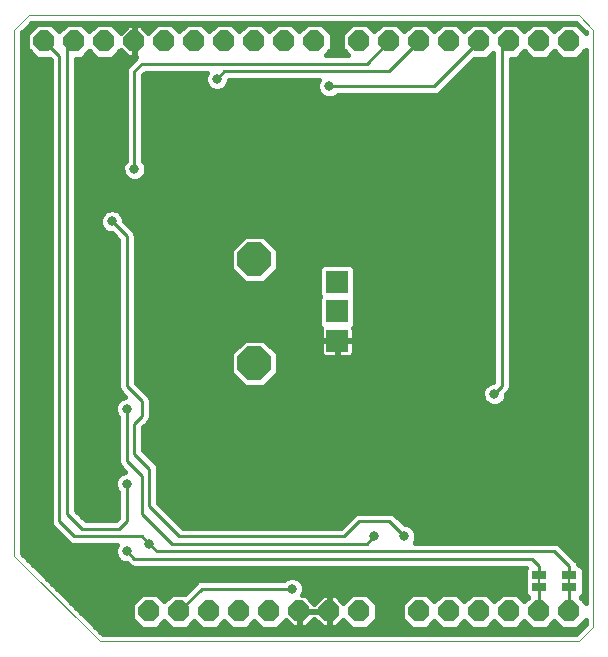
<source format=gbl>
G75*
%MOIN*%
%OFA0B0*%
%FSLAX25Y25*%
%IPPOS*%
%LPD*%
%AMOC8*
5,1,8,0,0,1.08239X$1,22.5*
%
%ADD10C,0.00004*%
%ADD11C,0.00800*%
%ADD12R,0.05000X0.02500*%
%ADD13R,0.07400X0.07400*%
%ADD14OC8,0.11024*%
%ADD15OC8,0.07000*%
%ADD16C,0.01600*%
%ADD17C,0.03200*%
%ADD18C,0.03937*%
%ADD19C,0.01000*%
D10*
X0008874Y0037220D02*
X0037220Y0008874D01*
X0197063Y0008874D01*
X0201787Y0013598D01*
X0201787Y0212811D01*
X0197063Y0217535D01*
X0013598Y0217535D01*
X0008874Y0212811D01*
X0008874Y0037220D01*
D11*
X0183874Y0030374D02*
X0183874Y0027374D01*
X0193874Y0027374D02*
X0193874Y0030374D01*
D12*
X0193874Y0030874D03*
X0193874Y0026874D03*
X0183874Y0026874D03*
X0183874Y0030874D03*
D13*
X0116433Y0109031D03*
X0116433Y0118874D03*
X0116433Y0128717D03*
D14*
X0088874Y0136197D03*
X0088874Y0101551D03*
D15*
X0083874Y0018874D03*
X0073874Y0018874D03*
X0063874Y0018874D03*
X0053874Y0018874D03*
X0093874Y0018874D03*
X0103874Y0018874D03*
X0113874Y0018874D03*
X0123874Y0018874D03*
X0143874Y0018874D03*
X0153874Y0018874D03*
X0163874Y0018874D03*
X0173874Y0018874D03*
X0183874Y0018874D03*
X0193874Y0018874D03*
X0193874Y0208874D03*
X0183874Y0208874D03*
X0173874Y0208874D03*
X0163874Y0208874D03*
X0153874Y0208874D03*
X0143874Y0208874D03*
X0133874Y0208874D03*
X0123874Y0208874D03*
X0108874Y0208874D03*
X0098874Y0208874D03*
X0088874Y0208874D03*
X0078874Y0208874D03*
X0068874Y0208874D03*
X0058874Y0208874D03*
X0048874Y0208874D03*
X0038874Y0208874D03*
X0028874Y0208874D03*
X0018874Y0208874D03*
D16*
X0024632Y0024859D02*
X0065758Y0024859D01*
X0065673Y0024774D02*
X0061430Y0024774D01*
X0058874Y0022218D01*
X0056318Y0024774D01*
X0051430Y0024774D01*
X0047974Y0021318D01*
X0047974Y0016430D01*
X0051430Y0012974D01*
X0056318Y0012974D01*
X0058874Y0015530D01*
X0061430Y0012974D01*
X0066318Y0012974D01*
X0068874Y0015530D01*
X0071430Y0012974D01*
X0076318Y0012974D01*
X0078874Y0015530D01*
X0081430Y0012974D01*
X0086318Y0012974D01*
X0088874Y0015530D01*
X0091430Y0012974D01*
X0096318Y0012974D01*
X0099309Y0015966D01*
X0101685Y0013590D01*
X0103674Y0013590D01*
X0103674Y0018674D01*
X0104074Y0018674D01*
X0104074Y0013590D01*
X0106063Y0013590D01*
X0108874Y0016401D01*
X0111685Y0013590D01*
X0113674Y0013590D01*
X0113674Y0018674D01*
X0114074Y0018674D01*
X0114074Y0013590D01*
X0116063Y0013590D01*
X0118439Y0015966D01*
X0121430Y0012974D01*
X0126318Y0012974D01*
X0129774Y0016430D01*
X0129774Y0021318D01*
X0126318Y0024774D01*
X0121430Y0024774D01*
X0118439Y0021782D01*
X0116063Y0024158D01*
X0114074Y0024158D01*
X0114074Y0019074D01*
X0113674Y0019074D01*
X0113674Y0018674D01*
X0108590Y0018674D01*
X0104074Y0018674D01*
X0104074Y0019074D01*
X0113674Y0019074D01*
X0113674Y0024158D01*
X0111685Y0024158D01*
X0108874Y0021347D01*
X0106063Y0024158D01*
X0104786Y0024158D01*
X0105374Y0025578D01*
X0105374Y0027170D01*
X0104765Y0028640D01*
X0103640Y0029765D01*
X0102170Y0030374D01*
X0100578Y0030374D01*
X0099108Y0029765D01*
X0098617Y0029274D01*
X0070797Y0029274D01*
X0069731Y0028833D01*
X0068916Y0028017D01*
X0065673Y0024774D01*
X0067356Y0026458D02*
X0023034Y0026458D01*
X0021435Y0028056D02*
X0068955Y0028056D01*
X0059917Y0023261D02*
X0057831Y0023261D01*
X0049917Y0023261D02*
X0026231Y0023261D01*
X0027829Y0021662D02*
X0048318Y0021662D01*
X0047974Y0020064D02*
X0029428Y0020064D01*
X0031026Y0018465D02*
X0047974Y0018465D01*
X0047974Y0016867D02*
X0032625Y0016867D01*
X0034223Y0015268D02*
X0049136Y0015268D01*
X0050735Y0013670D02*
X0035822Y0013670D01*
X0037420Y0012071D02*
X0196863Y0012071D01*
X0196318Y0012974D02*
X0199385Y0016042D01*
X0199385Y0014593D01*
X0196068Y0011276D01*
X0038215Y0011276D01*
X0011276Y0038215D01*
X0011276Y0211816D01*
X0014593Y0215133D01*
X0196068Y0215133D01*
X0199385Y0211816D01*
X0199385Y0211706D01*
X0196318Y0214774D01*
X0191430Y0214774D01*
X0188874Y0212218D01*
X0186318Y0214774D01*
X0181430Y0214774D01*
X0178874Y0212218D01*
X0176318Y0214774D01*
X0171430Y0214774D01*
X0168874Y0212218D01*
X0166318Y0214774D01*
X0161430Y0214774D01*
X0158874Y0212218D01*
X0156318Y0214774D01*
X0151430Y0214774D01*
X0148874Y0212218D01*
X0146318Y0214774D01*
X0141430Y0214774D01*
X0138874Y0212218D01*
X0136318Y0214774D01*
X0131430Y0214774D01*
X0128874Y0212218D01*
X0126318Y0214774D01*
X0121430Y0214774D01*
X0117974Y0211318D01*
X0117974Y0206430D01*
X0120130Y0204274D01*
X0112618Y0204274D01*
X0114774Y0206430D01*
X0114774Y0211318D01*
X0111318Y0214774D01*
X0106430Y0214774D01*
X0103874Y0212218D01*
X0101318Y0214774D01*
X0096430Y0214774D01*
X0093874Y0212218D01*
X0091318Y0214774D01*
X0086430Y0214774D01*
X0083874Y0212218D01*
X0081318Y0214774D01*
X0076430Y0214774D01*
X0073874Y0212218D01*
X0071318Y0214774D01*
X0066430Y0214774D01*
X0063874Y0212218D01*
X0061318Y0214774D01*
X0056430Y0214774D01*
X0053439Y0211782D01*
X0051063Y0214158D01*
X0049074Y0214158D01*
X0049074Y0209074D01*
X0048674Y0209074D01*
X0048674Y0214158D01*
X0046685Y0214158D01*
X0044309Y0211782D01*
X0041318Y0214774D01*
X0036430Y0214774D01*
X0033874Y0212218D01*
X0031318Y0214774D01*
X0026430Y0214774D01*
X0023874Y0212218D01*
X0021318Y0214774D01*
X0016430Y0214774D01*
X0012974Y0211318D01*
X0012974Y0206430D01*
X0016430Y0202974D01*
X0020673Y0202974D01*
X0020974Y0202673D01*
X0020974Y0048297D01*
X0021416Y0047231D01*
X0026416Y0042231D01*
X0027231Y0041416D01*
X0028297Y0040974D01*
X0042914Y0040974D01*
X0042374Y0039670D01*
X0042374Y0038078D01*
X0042983Y0036608D01*
X0044108Y0035483D01*
X0045578Y0034874D01*
X0046273Y0034874D01*
X0047231Y0033916D01*
X0048297Y0033474D01*
X0179335Y0033474D01*
X0178974Y0032601D01*
X0178974Y0029147D01*
X0179087Y0028874D01*
X0178974Y0028601D01*
X0178974Y0025147D01*
X0179339Y0024265D01*
X0180015Y0023589D01*
X0180178Y0023522D01*
X0178874Y0022218D01*
X0176318Y0024774D01*
X0171430Y0024774D01*
X0168874Y0022218D01*
X0166318Y0024774D01*
X0161430Y0024774D01*
X0158874Y0022218D01*
X0156318Y0024774D01*
X0151430Y0024774D01*
X0148874Y0022218D01*
X0146318Y0024774D01*
X0141430Y0024774D01*
X0137974Y0021318D01*
X0137974Y0016430D01*
X0141430Y0012974D01*
X0146318Y0012974D01*
X0148874Y0015530D01*
X0151430Y0012974D01*
X0156318Y0012974D01*
X0158874Y0015530D01*
X0161430Y0012974D01*
X0166318Y0012974D01*
X0168874Y0015530D01*
X0171430Y0012974D01*
X0176318Y0012974D01*
X0178874Y0015530D01*
X0181430Y0012974D01*
X0186318Y0012974D01*
X0188874Y0015530D01*
X0191430Y0012974D01*
X0196318Y0012974D01*
X0197013Y0013670D02*
X0198462Y0013670D01*
X0198612Y0015268D02*
X0199385Y0015268D01*
X0199385Y0021706D02*
X0197570Y0023522D01*
X0197734Y0023589D01*
X0198409Y0024265D01*
X0198774Y0025147D01*
X0198774Y0028601D01*
X0198661Y0028874D01*
X0198774Y0029147D01*
X0198774Y0032601D01*
X0198409Y0033484D01*
X0197734Y0034159D01*
X0196851Y0034524D01*
X0196744Y0034524D01*
X0196333Y0035517D01*
X0195517Y0036333D01*
X0190517Y0041333D01*
X0189451Y0041774D01*
X0142334Y0041774D01*
X0142874Y0043078D01*
X0142874Y0044670D01*
X0142265Y0046140D01*
X0141140Y0047265D01*
X0139670Y0047874D01*
X0138975Y0047874D01*
X0136333Y0050517D01*
X0135517Y0051333D01*
X0134451Y0051774D01*
X0123297Y0051774D01*
X0122231Y0051333D01*
X0117673Y0046774D01*
X0065075Y0046774D01*
X0056774Y0055075D01*
X0056774Y0066951D01*
X0056333Y0068017D01*
X0051774Y0072575D01*
X0051774Y0080173D01*
X0053017Y0081416D01*
X0053833Y0082231D01*
X0054274Y0083297D01*
X0054274Y0089451D01*
X0053833Y0090517D01*
X0049274Y0095075D01*
X0049274Y0144451D01*
X0048833Y0145517D01*
X0045374Y0148975D01*
X0045374Y0149670D01*
X0044765Y0151140D01*
X0043640Y0152265D01*
X0042170Y0152874D01*
X0040578Y0152874D01*
X0039108Y0152265D01*
X0037983Y0151140D01*
X0037374Y0149670D01*
X0037374Y0148078D01*
X0037983Y0146608D01*
X0039108Y0145483D01*
X0040578Y0144874D01*
X0041273Y0144874D01*
X0043474Y0142673D01*
X0043474Y0093297D01*
X0043916Y0092231D01*
X0044731Y0091416D01*
X0045773Y0090374D01*
X0045578Y0090374D01*
X0044108Y0089765D01*
X0042983Y0088640D01*
X0042374Y0087170D01*
X0042374Y0085578D01*
X0042983Y0084108D01*
X0043474Y0083617D01*
X0043474Y0068297D01*
X0043916Y0067231D01*
X0044731Y0066416D01*
X0045773Y0065374D01*
X0045578Y0065374D01*
X0044108Y0064765D01*
X0042983Y0063640D01*
X0042374Y0062170D01*
X0042374Y0060578D01*
X0042983Y0059108D01*
X0043474Y0058617D01*
X0043474Y0050075D01*
X0042673Y0049274D01*
X0032575Y0049274D01*
X0029274Y0052575D01*
X0029274Y0202974D01*
X0031318Y0202974D01*
X0033874Y0205530D01*
X0036430Y0202974D01*
X0041318Y0202974D01*
X0044309Y0205966D01*
X0046685Y0203590D01*
X0048674Y0203590D01*
X0048674Y0208674D01*
X0049074Y0208674D01*
X0049074Y0203590D01*
X0049489Y0203590D01*
X0048916Y0203017D01*
X0048916Y0203017D01*
X0047231Y0201333D01*
X0046416Y0200517D01*
X0045974Y0199451D01*
X0045974Y0169131D01*
X0045483Y0168640D01*
X0044874Y0167170D01*
X0044874Y0165578D01*
X0045483Y0164108D01*
X0046608Y0162983D01*
X0048078Y0162374D01*
X0049670Y0162374D01*
X0051140Y0162983D01*
X0052265Y0164108D01*
X0052874Y0165578D01*
X0052874Y0167170D01*
X0052265Y0168640D01*
X0051774Y0169131D01*
X0051774Y0197673D01*
X0052575Y0198474D01*
X0072914Y0198474D01*
X0072374Y0197170D01*
X0072374Y0195578D01*
X0072983Y0194108D01*
X0074108Y0192983D01*
X0075578Y0192374D01*
X0077170Y0192374D01*
X0078640Y0192983D01*
X0079765Y0194108D01*
X0080374Y0195578D01*
X0080374Y0195974D01*
X0110414Y0195974D01*
X0109874Y0194670D01*
X0109874Y0193078D01*
X0110483Y0191608D01*
X0111608Y0190483D01*
X0113078Y0189874D01*
X0114670Y0189874D01*
X0116140Y0190483D01*
X0116631Y0190974D01*
X0149451Y0190974D01*
X0150517Y0191416D01*
X0162075Y0202974D01*
X0166318Y0202974D01*
X0168474Y0205130D01*
X0168474Y0095374D01*
X0168078Y0095374D01*
X0166608Y0094765D01*
X0165483Y0093640D01*
X0164874Y0092170D01*
X0164874Y0090578D01*
X0165483Y0089108D01*
X0166608Y0087983D01*
X0168078Y0087374D01*
X0169670Y0087374D01*
X0171140Y0087983D01*
X0172265Y0089108D01*
X0172874Y0090578D01*
X0172874Y0091273D01*
X0173833Y0092231D01*
X0174274Y0093297D01*
X0174274Y0202974D01*
X0176318Y0202974D01*
X0178874Y0205530D01*
X0181430Y0202974D01*
X0186318Y0202974D01*
X0188874Y0205530D01*
X0191430Y0202974D01*
X0196318Y0202974D01*
X0199385Y0206042D01*
X0199385Y0021706D01*
X0199385Y0023261D02*
X0197831Y0023261D01*
X0198655Y0024859D02*
X0199385Y0024859D01*
X0199385Y0026458D02*
X0198774Y0026458D01*
X0198774Y0028056D02*
X0199385Y0028056D01*
X0199385Y0029655D02*
X0198774Y0029655D01*
X0198774Y0031253D02*
X0199385Y0031253D01*
X0199385Y0032852D02*
X0198670Y0032852D01*
X0199385Y0034450D02*
X0197030Y0034450D01*
X0195801Y0036049D02*
X0199385Y0036049D01*
X0199385Y0037647D02*
X0194202Y0037647D01*
X0192604Y0039246D02*
X0199385Y0039246D01*
X0199385Y0040844D02*
X0191005Y0040844D01*
X0199385Y0042443D02*
X0142611Y0042443D01*
X0142874Y0044041D02*
X0199385Y0044041D01*
X0199385Y0045640D02*
X0142472Y0045640D01*
X0141167Y0047238D02*
X0199385Y0047238D01*
X0199385Y0048837D02*
X0138012Y0048837D01*
X0136414Y0050435D02*
X0199385Y0050435D01*
X0199385Y0052034D02*
X0059815Y0052034D01*
X0058217Y0053632D02*
X0199385Y0053632D01*
X0199385Y0055231D02*
X0056774Y0055231D01*
X0056774Y0056829D02*
X0199385Y0056829D01*
X0199385Y0058428D02*
X0056774Y0058428D01*
X0056774Y0060026D02*
X0199385Y0060026D01*
X0199385Y0061625D02*
X0056774Y0061625D01*
X0056774Y0063223D02*
X0199385Y0063223D01*
X0199385Y0064822D02*
X0056774Y0064822D01*
X0056774Y0066420D02*
X0199385Y0066420D01*
X0199385Y0068019D02*
X0056330Y0068019D01*
X0054732Y0069617D02*
X0199385Y0069617D01*
X0199385Y0071216D02*
X0053133Y0071216D01*
X0051774Y0072814D02*
X0199385Y0072814D01*
X0199385Y0074413D02*
X0051774Y0074413D01*
X0051774Y0076011D02*
X0199385Y0076011D01*
X0199385Y0077610D02*
X0051774Y0077610D01*
X0051774Y0079209D02*
X0199385Y0079209D01*
X0199385Y0080807D02*
X0052408Y0080807D01*
X0053905Y0082406D02*
X0199385Y0082406D01*
X0199385Y0084004D02*
X0054274Y0084004D01*
X0054274Y0085603D02*
X0199385Y0085603D01*
X0199385Y0087201D02*
X0054274Y0087201D01*
X0054274Y0088800D02*
X0165792Y0088800D01*
X0164949Y0090398D02*
X0053882Y0090398D01*
X0052353Y0091997D02*
X0164874Y0091997D01*
X0165464Y0093595D02*
X0050754Y0093595D01*
X0049274Y0095194D02*
X0084043Y0095194D01*
X0085597Y0093639D02*
X0080962Y0098274D01*
X0080962Y0104828D01*
X0085597Y0109463D01*
X0092151Y0109463D01*
X0096786Y0104828D01*
X0096786Y0098274D01*
X0092151Y0093639D01*
X0085597Y0093639D01*
X0082444Y0096792D02*
X0049274Y0096792D01*
X0049274Y0098391D02*
X0080962Y0098391D01*
X0080962Y0099989D02*
X0049274Y0099989D01*
X0049274Y0101588D02*
X0080962Y0101588D01*
X0080962Y0103186D02*
X0049274Y0103186D01*
X0049274Y0104785D02*
X0080962Y0104785D01*
X0082517Y0106383D02*
X0049274Y0106383D01*
X0049274Y0107982D02*
X0084116Y0107982D01*
X0093632Y0107982D02*
X0110949Y0107982D01*
X0110949Y0108847D02*
X0110949Y0105097D01*
X0111070Y0104643D01*
X0111305Y0104236D01*
X0111638Y0103904D01*
X0112044Y0103669D01*
X0112498Y0103547D01*
X0116249Y0103547D01*
X0116249Y0108847D01*
X0116617Y0108847D01*
X0116617Y0103547D01*
X0120368Y0103547D01*
X0120822Y0103669D01*
X0121229Y0103904D01*
X0121561Y0104236D01*
X0121796Y0104643D01*
X0121917Y0105097D01*
X0121917Y0108847D01*
X0116617Y0108847D01*
X0116617Y0109216D01*
X0121917Y0109216D01*
X0121917Y0112966D01*
X0121796Y0113420D01*
X0121788Y0113434D01*
X0122168Y0113815D01*
X0122533Y0114697D01*
X0122533Y0123051D01*
X0122225Y0123795D01*
X0122533Y0124539D01*
X0122533Y0132894D01*
X0122168Y0133776D01*
X0121493Y0134451D01*
X0120610Y0134817D01*
X0112256Y0134817D01*
X0111374Y0134451D01*
X0110698Y0133776D01*
X0110333Y0132894D01*
X0110333Y0124539D01*
X0110641Y0123795D01*
X0110333Y0123051D01*
X0110333Y0114697D01*
X0110698Y0113815D01*
X0111079Y0113434D01*
X0111070Y0113420D01*
X0110949Y0112966D01*
X0110949Y0109216D01*
X0116249Y0109216D01*
X0116249Y0108847D01*
X0110949Y0108847D01*
X0110949Y0109580D02*
X0049274Y0109580D01*
X0049274Y0111179D02*
X0110949Y0111179D01*
X0110949Y0112777D02*
X0049274Y0112777D01*
X0049274Y0114376D02*
X0110466Y0114376D01*
X0110333Y0115974D02*
X0049274Y0115974D01*
X0049274Y0117573D02*
X0110333Y0117573D01*
X0110333Y0119171D02*
X0049274Y0119171D01*
X0049274Y0120770D02*
X0110333Y0120770D01*
X0110333Y0122368D02*
X0049274Y0122368D01*
X0049274Y0123967D02*
X0110570Y0123967D01*
X0110333Y0125565D02*
X0049274Y0125565D01*
X0049274Y0127164D02*
X0110333Y0127164D01*
X0110333Y0128762D02*
X0092629Y0128762D01*
X0092151Y0128285D02*
X0096786Y0132920D01*
X0096786Y0139474D01*
X0092151Y0144109D01*
X0085597Y0144109D01*
X0080962Y0139474D01*
X0080962Y0132920D01*
X0085597Y0128285D01*
X0092151Y0128285D01*
X0094227Y0130361D02*
X0110333Y0130361D01*
X0110333Y0131959D02*
X0095826Y0131959D01*
X0096786Y0133558D02*
X0110608Y0133558D01*
X0122258Y0133558D02*
X0168474Y0133558D01*
X0168474Y0135156D02*
X0096786Y0135156D01*
X0096786Y0136755D02*
X0168474Y0136755D01*
X0168474Y0138353D02*
X0096786Y0138353D01*
X0096308Y0139952D02*
X0168474Y0139952D01*
X0168474Y0141550D02*
X0094709Y0141550D01*
X0093111Y0143149D02*
X0168474Y0143149D01*
X0168474Y0144747D02*
X0049151Y0144747D01*
X0049274Y0143149D02*
X0084637Y0143149D01*
X0083039Y0141550D02*
X0049274Y0141550D01*
X0049274Y0139952D02*
X0081440Y0139952D01*
X0080962Y0138353D02*
X0049274Y0138353D01*
X0049274Y0136755D02*
X0080962Y0136755D01*
X0080962Y0135156D02*
X0049274Y0135156D01*
X0049274Y0133558D02*
X0080962Y0133558D01*
X0081922Y0131959D02*
X0049274Y0131959D01*
X0049274Y0130361D02*
X0083521Y0130361D01*
X0085120Y0128762D02*
X0049274Y0128762D01*
X0043474Y0128762D02*
X0029274Y0128762D01*
X0029274Y0127164D02*
X0043474Y0127164D01*
X0043474Y0125565D02*
X0029274Y0125565D01*
X0029274Y0123967D02*
X0043474Y0123967D01*
X0043474Y0122368D02*
X0029274Y0122368D01*
X0029274Y0120770D02*
X0043474Y0120770D01*
X0043474Y0119171D02*
X0029274Y0119171D01*
X0029274Y0117573D02*
X0043474Y0117573D01*
X0043474Y0115974D02*
X0029274Y0115974D01*
X0029274Y0114376D02*
X0043474Y0114376D01*
X0043474Y0112777D02*
X0029274Y0112777D01*
X0029274Y0111179D02*
X0043474Y0111179D01*
X0043474Y0109580D02*
X0029274Y0109580D01*
X0029274Y0107982D02*
X0043474Y0107982D01*
X0043474Y0106383D02*
X0029274Y0106383D01*
X0029274Y0104785D02*
X0043474Y0104785D01*
X0043474Y0103186D02*
X0029274Y0103186D01*
X0029274Y0101588D02*
X0043474Y0101588D01*
X0043474Y0099989D02*
X0029274Y0099989D01*
X0029274Y0098391D02*
X0043474Y0098391D01*
X0043474Y0096792D02*
X0029274Y0096792D01*
X0029274Y0095194D02*
X0043474Y0095194D01*
X0043474Y0093595D02*
X0029274Y0093595D01*
X0029274Y0091997D02*
X0044150Y0091997D01*
X0045749Y0090398D02*
X0029274Y0090398D01*
X0029274Y0088800D02*
X0043143Y0088800D01*
X0042387Y0087201D02*
X0029274Y0087201D01*
X0029274Y0085603D02*
X0042374Y0085603D01*
X0043087Y0084004D02*
X0029274Y0084004D01*
X0029274Y0082406D02*
X0043474Y0082406D01*
X0043474Y0080807D02*
X0029274Y0080807D01*
X0029274Y0079209D02*
X0043474Y0079209D01*
X0043474Y0077610D02*
X0029274Y0077610D01*
X0029274Y0076011D02*
X0043474Y0076011D01*
X0043474Y0074413D02*
X0029274Y0074413D01*
X0029274Y0072814D02*
X0043474Y0072814D01*
X0043474Y0071216D02*
X0029274Y0071216D01*
X0029274Y0069617D02*
X0043474Y0069617D01*
X0043589Y0068019D02*
X0029274Y0068019D01*
X0029274Y0066420D02*
X0044726Y0066420D01*
X0044245Y0064822D02*
X0029274Y0064822D01*
X0029274Y0063223D02*
X0042810Y0063223D01*
X0042374Y0061625D02*
X0029274Y0061625D01*
X0029274Y0060026D02*
X0042603Y0060026D01*
X0043474Y0058428D02*
X0029274Y0058428D01*
X0029274Y0056829D02*
X0043474Y0056829D01*
X0043474Y0055231D02*
X0029274Y0055231D01*
X0029274Y0053632D02*
X0043474Y0053632D01*
X0043474Y0052034D02*
X0029815Y0052034D01*
X0031414Y0050435D02*
X0043474Y0050435D01*
X0042861Y0040844D02*
X0011276Y0040844D01*
X0011276Y0039246D02*
X0042374Y0039246D01*
X0042553Y0037647D02*
X0011844Y0037647D01*
X0013443Y0036049D02*
X0043542Y0036049D01*
X0046697Y0034450D02*
X0015041Y0034450D01*
X0016640Y0032852D02*
X0179078Y0032852D01*
X0178974Y0031253D02*
X0018238Y0031253D01*
X0019837Y0029655D02*
X0098998Y0029655D01*
X0103750Y0029655D02*
X0178974Y0029655D01*
X0178974Y0028056D02*
X0105007Y0028056D01*
X0105374Y0026458D02*
X0178974Y0026458D01*
X0179093Y0024859D02*
X0105076Y0024859D01*
X0106960Y0023261D02*
X0110788Y0023261D01*
X0109189Y0021662D02*
X0108559Y0021662D01*
X0113674Y0021662D02*
X0114074Y0021662D01*
X0114074Y0020064D02*
X0113674Y0020064D01*
X0113674Y0018465D02*
X0114074Y0018465D01*
X0114074Y0016867D02*
X0113674Y0016867D01*
X0113674Y0015268D02*
X0114074Y0015268D01*
X0114074Y0013670D02*
X0113674Y0013670D01*
X0111605Y0013670D02*
X0106143Y0013670D01*
X0104074Y0013670D02*
X0103674Y0013670D01*
X0103674Y0015268D02*
X0104074Y0015268D01*
X0104074Y0016867D02*
X0103674Y0016867D01*
X0103674Y0018465D02*
X0104074Y0018465D01*
X0107741Y0015268D02*
X0110007Y0015268D01*
X0116143Y0013670D02*
X0120735Y0013670D01*
X0119136Y0015268D02*
X0117741Y0015268D01*
X0116960Y0023261D02*
X0119917Y0023261D01*
X0114074Y0023261D02*
X0113674Y0023261D01*
X0101605Y0013670D02*
X0097013Y0013670D01*
X0098612Y0015268D02*
X0100007Y0015268D01*
X0090735Y0013670D02*
X0087013Y0013670D01*
X0088612Y0015268D02*
X0089136Y0015268D01*
X0080735Y0013670D02*
X0077013Y0013670D01*
X0078612Y0015268D02*
X0079136Y0015268D01*
X0070735Y0013670D02*
X0067013Y0013670D01*
X0068612Y0015268D02*
X0069136Y0015268D01*
X0060735Y0013670D02*
X0057013Y0013670D01*
X0058612Y0015268D02*
X0059136Y0015268D01*
X0064611Y0047238D02*
X0118137Y0047238D01*
X0119736Y0048837D02*
X0063012Y0048837D01*
X0061414Y0050435D02*
X0121334Y0050435D01*
X0127831Y0023261D02*
X0139917Y0023261D01*
X0138318Y0021662D02*
X0129430Y0021662D01*
X0129774Y0020064D02*
X0137974Y0020064D01*
X0137974Y0018465D02*
X0129774Y0018465D01*
X0129774Y0016867D02*
X0137974Y0016867D01*
X0139136Y0015268D02*
X0128612Y0015268D01*
X0127013Y0013670D02*
X0140735Y0013670D01*
X0147013Y0013670D02*
X0150735Y0013670D01*
X0149136Y0015268D02*
X0148612Y0015268D01*
X0147831Y0023261D02*
X0149917Y0023261D01*
X0157831Y0023261D02*
X0159917Y0023261D01*
X0167831Y0023261D02*
X0169917Y0023261D01*
X0177831Y0023261D02*
X0179917Y0023261D01*
X0179136Y0015268D02*
X0178612Y0015268D01*
X0177013Y0013670D02*
X0180735Y0013670D01*
X0187013Y0013670D02*
X0190735Y0013670D01*
X0189136Y0015268D02*
X0188612Y0015268D01*
X0170735Y0013670D02*
X0167013Y0013670D01*
X0168612Y0015268D02*
X0169136Y0015268D01*
X0160735Y0013670D02*
X0157013Y0013670D01*
X0158612Y0015268D02*
X0159136Y0015268D01*
X0171956Y0088800D02*
X0199385Y0088800D01*
X0199385Y0090398D02*
X0172799Y0090398D01*
X0173598Y0091997D02*
X0199385Y0091997D01*
X0199385Y0093595D02*
X0174274Y0093595D01*
X0174274Y0095194D02*
X0199385Y0095194D01*
X0199385Y0096792D02*
X0174274Y0096792D01*
X0174274Y0098391D02*
X0199385Y0098391D01*
X0199385Y0099989D02*
X0174274Y0099989D01*
X0174274Y0101588D02*
X0199385Y0101588D01*
X0199385Y0103186D02*
X0174274Y0103186D01*
X0174274Y0104785D02*
X0199385Y0104785D01*
X0199385Y0106383D02*
X0174274Y0106383D01*
X0174274Y0107982D02*
X0199385Y0107982D01*
X0199385Y0109580D02*
X0174274Y0109580D01*
X0174274Y0111179D02*
X0199385Y0111179D01*
X0199385Y0112777D02*
X0174274Y0112777D01*
X0174274Y0114376D02*
X0199385Y0114376D01*
X0199385Y0115974D02*
X0174274Y0115974D01*
X0174274Y0117573D02*
X0199385Y0117573D01*
X0199385Y0119171D02*
X0174274Y0119171D01*
X0174274Y0120770D02*
X0199385Y0120770D01*
X0199385Y0122368D02*
X0174274Y0122368D01*
X0174274Y0123967D02*
X0199385Y0123967D01*
X0199385Y0125565D02*
X0174274Y0125565D01*
X0174274Y0127164D02*
X0199385Y0127164D01*
X0199385Y0128762D02*
X0174274Y0128762D01*
X0174274Y0130361D02*
X0199385Y0130361D01*
X0199385Y0131959D02*
X0174274Y0131959D01*
X0174274Y0133558D02*
X0199385Y0133558D01*
X0199385Y0135156D02*
X0174274Y0135156D01*
X0174274Y0136755D02*
X0199385Y0136755D01*
X0199385Y0138353D02*
X0174274Y0138353D01*
X0174274Y0139952D02*
X0199385Y0139952D01*
X0199385Y0141550D02*
X0174274Y0141550D01*
X0174274Y0143149D02*
X0199385Y0143149D01*
X0199385Y0144747D02*
X0174274Y0144747D01*
X0174274Y0146346D02*
X0199385Y0146346D01*
X0199385Y0147945D02*
X0174274Y0147945D01*
X0174274Y0149543D02*
X0199385Y0149543D01*
X0199385Y0151142D02*
X0174274Y0151142D01*
X0174274Y0152740D02*
X0199385Y0152740D01*
X0199385Y0154339D02*
X0174274Y0154339D01*
X0174274Y0155937D02*
X0199385Y0155937D01*
X0199385Y0157536D02*
X0174274Y0157536D01*
X0174274Y0159134D02*
X0199385Y0159134D01*
X0199385Y0160733D02*
X0174274Y0160733D01*
X0174274Y0162331D02*
X0199385Y0162331D01*
X0199385Y0163930D02*
X0174274Y0163930D01*
X0174274Y0165528D02*
X0199385Y0165528D01*
X0199385Y0167127D02*
X0174274Y0167127D01*
X0174274Y0168725D02*
X0199385Y0168725D01*
X0199385Y0170324D02*
X0174274Y0170324D01*
X0174274Y0171922D02*
X0199385Y0171922D01*
X0199385Y0173521D02*
X0174274Y0173521D01*
X0174274Y0175119D02*
X0199385Y0175119D01*
X0199385Y0176718D02*
X0174274Y0176718D01*
X0174274Y0178316D02*
X0199385Y0178316D01*
X0199385Y0179915D02*
X0174274Y0179915D01*
X0174274Y0181513D02*
X0199385Y0181513D01*
X0199385Y0183112D02*
X0174274Y0183112D01*
X0174274Y0184710D02*
X0199385Y0184710D01*
X0199385Y0186309D02*
X0174274Y0186309D01*
X0174274Y0187907D02*
X0199385Y0187907D01*
X0199385Y0189506D02*
X0174274Y0189506D01*
X0174274Y0191104D02*
X0199385Y0191104D01*
X0199385Y0192703D02*
X0174274Y0192703D01*
X0174274Y0194301D02*
X0199385Y0194301D01*
X0199385Y0195900D02*
X0174274Y0195900D01*
X0174274Y0197498D02*
X0199385Y0197498D01*
X0199385Y0199097D02*
X0174274Y0199097D01*
X0174274Y0200695D02*
X0199385Y0200695D01*
X0199385Y0202294D02*
X0174274Y0202294D01*
X0177236Y0203892D02*
X0180512Y0203892D01*
X0178913Y0205491D02*
X0178835Y0205491D01*
X0177608Y0213483D02*
X0180140Y0213483D01*
X0187608Y0213483D02*
X0190140Y0213483D01*
X0196120Y0215082D02*
X0014542Y0215082D01*
X0015140Y0213483D02*
X0012943Y0213483D01*
X0013541Y0211885D02*
X0011345Y0211885D01*
X0011276Y0210286D02*
X0012974Y0210286D01*
X0012974Y0208688D02*
X0011276Y0208688D01*
X0011276Y0207089D02*
X0012974Y0207089D01*
X0013913Y0205491D02*
X0011276Y0205491D01*
X0011276Y0203892D02*
X0015512Y0203892D01*
X0011276Y0202294D02*
X0020974Y0202294D01*
X0020974Y0200695D02*
X0011276Y0200695D01*
X0011276Y0199097D02*
X0020974Y0199097D01*
X0020974Y0197498D02*
X0011276Y0197498D01*
X0011276Y0195900D02*
X0020974Y0195900D01*
X0020974Y0194301D02*
X0011276Y0194301D01*
X0011276Y0192703D02*
X0020974Y0192703D01*
X0020974Y0191104D02*
X0011276Y0191104D01*
X0011276Y0189506D02*
X0020974Y0189506D01*
X0020974Y0187907D02*
X0011276Y0187907D01*
X0011276Y0186309D02*
X0020974Y0186309D01*
X0020974Y0184710D02*
X0011276Y0184710D01*
X0011276Y0183112D02*
X0020974Y0183112D01*
X0020974Y0181513D02*
X0011276Y0181513D01*
X0011276Y0179915D02*
X0020974Y0179915D01*
X0020974Y0178316D02*
X0011276Y0178316D01*
X0011276Y0176718D02*
X0020974Y0176718D01*
X0020974Y0175119D02*
X0011276Y0175119D01*
X0011276Y0173521D02*
X0020974Y0173521D01*
X0020974Y0171922D02*
X0011276Y0171922D01*
X0011276Y0170324D02*
X0020974Y0170324D01*
X0020974Y0168725D02*
X0011276Y0168725D01*
X0011276Y0167127D02*
X0020974Y0167127D01*
X0020974Y0165528D02*
X0011276Y0165528D01*
X0011276Y0163930D02*
X0020974Y0163930D01*
X0020974Y0162331D02*
X0011276Y0162331D01*
X0011276Y0160733D02*
X0020974Y0160733D01*
X0020974Y0159134D02*
X0011276Y0159134D01*
X0011276Y0157536D02*
X0020974Y0157536D01*
X0020974Y0155937D02*
X0011276Y0155937D01*
X0011276Y0154339D02*
X0020974Y0154339D01*
X0020974Y0152740D02*
X0011276Y0152740D01*
X0011276Y0151142D02*
X0020974Y0151142D01*
X0020974Y0149543D02*
X0011276Y0149543D01*
X0011276Y0147945D02*
X0020974Y0147945D01*
X0020974Y0146346D02*
X0011276Y0146346D01*
X0011276Y0144747D02*
X0020974Y0144747D01*
X0020974Y0143149D02*
X0011276Y0143149D01*
X0011276Y0141550D02*
X0020974Y0141550D01*
X0020974Y0139952D02*
X0011276Y0139952D01*
X0011276Y0138353D02*
X0020974Y0138353D01*
X0020974Y0136755D02*
X0011276Y0136755D01*
X0011276Y0135156D02*
X0020974Y0135156D01*
X0020974Y0133558D02*
X0011276Y0133558D01*
X0011276Y0131959D02*
X0020974Y0131959D01*
X0020974Y0130361D02*
X0011276Y0130361D01*
X0011276Y0128762D02*
X0020974Y0128762D01*
X0020974Y0127164D02*
X0011276Y0127164D01*
X0011276Y0125565D02*
X0020974Y0125565D01*
X0020974Y0123967D02*
X0011276Y0123967D01*
X0011276Y0122368D02*
X0020974Y0122368D01*
X0020974Y0120770D02*
X0011276Y0120770D01*
X0011276Y0119171D02*
X0020974Y0119171D01*
X0020974Y0117573D02*
X0011276Y0117573D01*
X0011276Y0115974D02*
X0020974Y0115974D01*
X0020974Y0114376D02*
X0011276Y0114376D01*
X0011276Y0112777D02*
X0020974Y0112777D01*
X0020974Y0111179D02*
X0011276Y0111179D01*
X0011276Y0109580D02*
X0020974Y0109580D01*
X0020974Y0107982D02*
X0011276Y0107982D01*
X0011276Y0106383D02*
X0020974Y0106383D01*
X0020974Y0104785D02*
X0011276Y0104785D01*
X0011276Y0103186D02*
X0020974Y0103186D01*
X0020974Y0101588D02*
X0011276Y0101588D01*
X0011276Y0099989D02*
X0020974Y0099989D01*
X0020974Y0098391D02*
X0011276Y0098391D01*
X0011276Y0096792D02*
X0020974Y0096792D01*
X0020974Y0095194D02*
X0011276Y0095194D01*
X0011276Y0093595D02*
X0020974Y0093595D01*
X0020974Y0091997D02*
X0011276Y0091997D01*
X0011276Y0090398D02*
X0020974Y0090398D01*
X0020974Y0088800D02*
X0011276Y0088800D01*
X0011276Y0087201D02*
X0020974Y0087201D01*
X0020974Y0085603D02*
X0011276Y0085603D01*
X0011276Y0084004D02*
X0020974Y0084004D01*
X0020974Y0082406D02*
X0011276Y0082406D01*
X0011276Y0080807D02*
X0020974Y0080807D01*
X0020974Y0079209D02*
X0011276Y0079209D01*
X0011276Y0077610D02*
X0020974Y0077610D01*
X0020974Y0076011D02*
X0011276Y0076011D01*
X0011276Y0074413D02*
X0020974Y0074413D01*
X0020974Y0072814D02*
X0011276Y0072814D01*
X0011276Y0071216D02*
X0020974Y0071216D01*
X0020974Y0069617D02*
X0011276Y0069617D01*
X0011276Y0068019D02*
X0020974Y0068019D01*
X0020974Y0066420D02*
X0011276Y0066420D01*
X0011276Y0064822D02*
X0020974Y0064822D01*
X0020974Y0063223D02*
X0011276Y0063223D01*
X0011276Y0061625D02*
X0020974Y0061625D01*
X0020974Y0060026D02*
X0011276Y0060026D01*
X0011276Y0058428D02*
X0020974Y0058428D01*
X0020974Y0056829D02*
X0011276Y0056829D01*
X0011276Y0055231D02*
X0020974Y0055231D01*
X0020974Y0053632D02*
X0011276Y0053632D01*
X0011276Y0052034D02*
X0020974Y0052034D01*
X0020974Y0050435D02*
X0011276Y0050435D01*
X0011276Y0048837D02*
X0020974Y0048837D01*
X0021413Y0047238D02*
X0011276Y0047238D01*
X0011276Y0045640D02*
X0023007Y0045640D01*
X0024606Y0044041D02*
X0011276Y0044041D01*
X0011276Y0042443D02*
X0026204Y0042443D01*
X0093705Y0095194D02*
X0167643Y0095194D01*
X0168474Y0096792D02*
X0095304Y0096792D01*
X0096786Y0098391D02*
X0168474Y0098391D01*
X0168474Y0099989D02*
X0096786Y0099989D01*
X0096786Y0101588D02*
X0168474Y0101588D01*
X0168474Y0103186D02*
X0096786Y0103186D01*
X0096786Y0104785D02*
X0111032Y0104785D01*
X0110949Y0106383D02*
X0095231Y0106383D01*
X0116249Y0106383D02*
X0116617Y0106383D01*
X0116617Y0104785D02*
X0116249Y0104785D01*
X0116249Y0107982D02*
X0116617Y0107982D01*
X0121917Y0107982D02*
X0168474Y0107982D01*
X0168474Y0109580D02*
X0121917Y0109580D01*
X0121917Y0111179D02*
X0168474Y0111179D01*
X0168474Y0112777D02*
X0121917Y0112777D01*
X0122400Y0114376D02*
X0168474Y0114376D01*
X0168474Y0115974D02*
X0122533Y0115974D01*
X0122533Y0117573D02*
X0168474Y0117573D01*
X0168474Y0119171D02*
X0122533Y0119171D01*
X0122533Y0120770D02*
X0168474Y0120770D01*
X0168474Y0122368D02*
X0122533Y0122368D01*
X0122296Y0123967D02*
X0168474Y0123967D01*
X0168474Y0125565D02*
X0122533Y0125565D01*
X0122533Y0127164D02*
X0168474Y0127164D01*
X0168474Y0128762D02*
X0122533Y0128762D01*
X0122533Y0130361D02*
X0168474Y0130361D01*
X0168474Y0131959D02*
X0122533Y0131959D01*
X0121917Y0106383D02*
X0168474Y0106383D01*
X0168474Y0104785D02*
X0121834Y0104785D01*
X0168474Y0146346D02*
X0048003Y0146346D01*
X0046405Y0147945D02*
X0168474Y0147945D01*
X0168474Y0149543D02*
X0045374Y0149543D01*
X0044763Y0151142D02*
X0168474Y0151142D01*
X0168474Y0152740D02*
X0042493Y0152740D01*
X0040255Y0152740D02*
X0029274Y0152740D01*
X0029274Y0151142D02*
X0037985Y0151142D01*
X0037374Y0149543D02*
X0029274Y0149543D01*
X0029274Y0147945D02*
X0037429Y0147945D01*
X0038245Y0146346D02*
X0029274Y0146346D01*
X0029274Y0144747D02*
X0041399Y0144747D01*
X0042998Y0143149D02*
X0029274Y0143149D01*
X0029274Y0141550D02*
X0043474Y0141550D01*
X0043474Y0139952D02*
X0029274Y0139952D01*
X0029274Y0138353D02*
X0043474Y0138353D01*
X0043474Y0136755D02*
X0029274Y0136755D01*
X0029274Y0135156D02*
X0043474Y0135156D01*
X0043474Y0133558D02*
X0029274Y0133558D01*
X0029274Y0131959D02*
X0043474Y0131959D01*
X0043474Y0130361D02*
X0029274Y0130361D01*
X0029274Y0154339D02*
X0168474Y0154339D01*
X0168474Y0155937D02*
X0029274Y0155937D01*
X0029274Y0157536D02*
X0168474Y0157536D01*
X0168474Y0159134D02*
X0029274Y0159134D01*
X0029274Y0160733D02*
X0168474Y0160733D01*
X0168474Y0162331D02*
X0029274Y0162331D01*
X0029274Y0163930D02*
X0045662Y0163930D01*
X0044895Y0165528D02*
X0029274Y0165528D01*
X0029274Y0167127D02*
X0044874Y0167127D01*
X0045568Y0168725D02*
X0029274Y0168725D01*
X0029274Y0170324D02*
X0045974Y0170324D01*
X0045974Y0171922D02*
X0029274Y0171922D01*
X0029274Y0173521D02*
X0045974Y0173521D01*
X0045974Y0175119D02*
X0029274Y0175119D01*
X0029274Y0176718D02*
X0045974Y0176718D01*
X0045974Y0178316D02*
X0029274Y0178316D01*
X0029274Y0179915D02*
X0045974Y0179915D01*
X0045974Y0181513D02*
X0029274Y0181513D01*
X0029274Y0183112D02*
X0045974Y0183112D01*
X0045974Y0184710D02*
X0029274Y0184710D01*
X0029274Y0186309D02*
X0045974Y0186309D01*
X0045974Y0187907D02*
X0029274Y0187907D01*
X0029274Y0189506D02*
X0045974Y0189506D01*
X0045974Y0191104D02*
X0029274Y0191104D01*
X0029274Y0192703D02*
X0045974Y0192703D01*
X0045974Y0194301D02*
X0029274Y0194301D01*
X0029274Y0195900D02*
X0045974Y0195900D01*
X0045974Y0197498D02*
X0029274Y0197498D01*
X0029274Y0199097D02*
X0045974Y0199097D01*
X0046594Y0200695D02*
X0029274Y0200695D01*
X0029274Y0202294D02*
X0048193Y0202294D01*
X0047231Y0201333D02*
X0047231Y0201333D01*
X0046383Y0203892D02*
X0042236Y0203892D01*
X0043835Y0205491D02*
X0044784Y0205491D01*
X0048674Y0205491D02*
X0049074Y0205491D01*
X0049074Y0207089D02*
X0048674Y0207089D01*
X0048674Y0203892D02*
X0049074Y0203892D01*
X0049074Y0210286D02*
X0048674Y0210286D01*
X0048674Y0211885D02*
X0049074Y0211885D01*
X0049074Y0213483D02*
X0048674Y0213483D01*
X0051738Y0213483D02*
X0055140Y0213483D01*
X0053541Y0211885D02*
X0053336Y0211885D01*
X0046010Y0213483D02*
X0042608Y0213483D01*
X0044207Y0211885D02*
X0044412Y0211885D01*
X0035140Y0213483D02*
X0032608Y0213483D01*
X0025140Y0213483D02*
X0022608Y0213483D01*
X0032236Y0203892D02*
X0035512Y0203892D01*
X0033913Y0205491D02*
X0033835Y0205491D01*
X0051774Y0197498D02*
X0072510Y0197498D01*
X0072374Y0195900D02*
X0051774Y0195900D01*
X0051774Y0194301D02*
X0072903Y0194301D01*
X0074785Y0192703D02*
X0051774Y0192703D01*
X0051774Y0191104D02*
X0110987Y0191104D01*
X0110030Y0192703D02*
X0077963Y0192703D01*
X0079845Y0194301D02*
X0109874Y0194301D01*
X0110384Y0195900D02*
X0080374Y0195900D01*
X0082608Y0213483D02*
X0085140Y0213483D01*
X0092608Y0213483D02*
X0095140Y0213483D01*
X0102608Y0213483D02*
X0105140Y0213483D01*
X0112608Y0213483D02*
X0120140Y0213483D01*
X0118541Y0211885D02*
X0114207Y0211885D01*
X0114774Y0210286D02*
X0117974Y0210286D01*
X0117974Y0208688D02*
X0114774Y0208688D01*
X0114774Y0207089D02*
X0117974Y0207089D01*
X0118913Y0205491D02*
X0113835Y0205491D01*
X0127608Y0213483D02*
X0130140Y0213483D01*
X0137608Y0213483D02*
X0140140Y0213483D01*
X0147608Y0213483D02*
X0150140Y0213483D01*
X0157608Y0213483D02*
X0160140Y0213483D01*
X0167608Y0213483D02*
X0170140Y0213483D01*
X0168474Y0203892D02*
X0167236Y0203892D01*
X0168474Y0202294D02*
X0161395Y0202294D01*
X0159797Y0200695D02*
X0168474Y0200695D01*
X0168474Y0199097D02*
X0158198Y0199097D01*
X0156600Y0197498D02*
X0168474Y0197498D01*
X0168474Y0195900D02*
X0155001Y0195900D01*
X0153403Y0194301D02*
X0168474Y0194301D01*
X0168474Y0192703D02*
X0151804Y0192703D01*
X0149765Y0191104D02*
X0168474Y0191104D01*
X0168474Y0189506D02*
X0051774Y0189506D01*
X0051774Y0187907D02*
X0168474Y0187907D01*
X0168474Y0186309D02*
X0051774Y0186309D01*
X0051774Y0184710D02*
X0168474Y0184710D01*
X0168474Y0183112D02*
X0051774Y0183112D01*
X0051774Y0181513D02*
X0168474Y0181513D01*
X0168474Y0179915D02*
X0051774Y0179915D01*
X0051774Y0178316D02*
X0168474Y0178316D01*
X0168474Y0176718D02*
X0051774Y0176718D01*
X0051774Y0175119D02*
X0168474Y0175119D01*
X0168474Y0173521D02*
X0051774Y0173521D01*
X0051774Y0171922D02*
X0168474Y0171922D01*
X0168474Y0170324D02*
X0051774Y0170324D01*
X0052180Y0168725D02*
X0168474Y0168725D01*
X0168474Y0167127D02*
X0052874Y0167127D01*
X0052853Y0165528D02*
X0168474Y0165528D01*
X0168474Y0163930D02*
X0052086Y0163930D01*
X0062608Y0213483D02*
X0065140Y0213483D01*
X0072608Y0213483D02*
X0075140Y0213483D01*
X0187236Y0203892D02*
X0190512Y0203892D01*
X0188913Y0205491D02*
X0188835Y0205491D01*
X0197236Y0203892D02*
X0199385Y0203892D01*
X0199385Y0205491D02*
X0198835Y0205491D01*
X0199207Y0211885D02*
X0199317Y0211885D01*
X0197718Y0213483D02*
X0197608Y0213483D01*
D17*
X0113874Y0193874D03*
X0076374Y0196374D03*
X0048874Y0166374D03*
X0041374Y0148874D03*
X0033874Y0133874D03*
X0046374Y0086374D03*
X0038874Y0073874D03*
X0046374Y0061374D03*
X0053874Y0041374D03*
X0046374Y0038874D03*
X0018874Y0056374D03*
X0101374Y0026374D03*
X0128874Y0043874D03*
X0138874Y0043874D03*
X0168874Y0091374D03*
D18*
X0163874Y0028874D03*
X0173874Y0028874D03*
D19*
X0181374Y0036374D02*
X0183874Y0033874D01*
X0183874Y0030874D01*
X0183874Y0026874D02*
X0183874Y0018874D01*
X0193874Y0018874D02*
X0193874Y0026874D01*
X0193874Y0030874D02*
X0193874Y0033874D01*
X0188874Y0038874D01*
X0056374Y0038874D01*
X0053874Y0041374D01*
X0051374Y0043874D01*
X0028874Y0043874D01*
X0023874Y0048874D01*
X0023874Y0203874D01*
X0018874Y0208874D01*
X0026374Y0206374D02*
X0026374Y0051374D01*
X0031374Y0046374D01*
X0043874Y0046374D01*
X0046374Y0048874D01*
X0046374Y0061374D01*
X0051374Y0063874D02*
X0046374Y0068874D01*
X0046374Y0086374D01*
X0048874Y0081374D02*
X0051374Y0083874D01*
X0051374Y0088874D01*
X0046374Y0093874D01*
X0046374Y0143874D01*
X0041374Y0148874D01*
X0048874Y0166374D02*
X0048874Y0198874D01*
X0051374Y0201374D01*
X0126374Y0201374D01*
X0133874Y0208874D01*
X0133874Y0198874D02*
X0078874Y0198874D01*
X0076374Y0196374D01*
X0113874Y0193874D02*
X0148874Y0193874D01*
X0163874Y0208874D01*
X0171374Y0206374D02*
X0171374Y0093874D01*
X0168874Y0091374D01*
X0133874Y0048874D02*
X0123874Y0048874D01*
X0118874Y0043874D01*
X0063874Y0043874D01*
X0053874Y0053874D01*
X0053874Y0066374D01*
X0048874Y0071374D01*
X0048874Y0081374D01*
X0051374Y0063874D02*
X0051374Y0051374D01*
X0061374Y0041374D01*
X0126374Y0041374D01*
X0128874Y0043874D01*
X0133874Y0048874D02*
X0138874Y0043874D01*
X0101374Y0026374D02*
X0071374Y0026374D01*
X0063874Y0018874D01*
X0048874Y0036374D02*
X0046374Y0038874D01*
X0048874Y0036374D02*
X0181374Y0036374D01*
X0133874Y0198874D02*
X0143874Y0208874D01*
X0171374Y0206374D02*
X0173874Y0208874D01*
X0028874Y0208874D02*
X0026374Y0206374D01*
M02*

</source>
